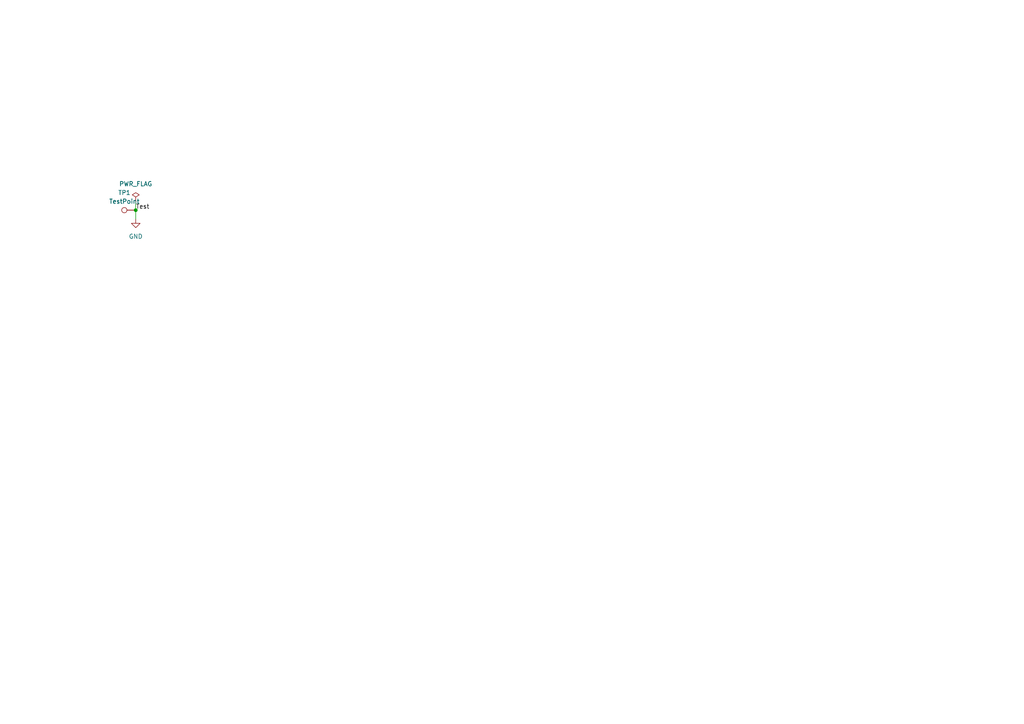
<source format=kicad_sch>
(kicad_sch (version 20231120) (generator "eeschema") (generator_version "8.0")
  (paper "A4")
  (lib_symbols
    (symbol "Connector:TestPoint" (pin_numbers hide) (pin_names (offset 0.762) hide)
      (property "Reference" "TP" (at 0 6.858 0))
      (property "Value" "TestPoint" (at 0 5.08 0))
      (symbol "TestPoint_0_1"
        (circle (center 0 3.302) (radius 0.762))
      )
      (symbol "TestPoint_1_1"
        (pin passive line (at 0 0 90) (length 2.54) (name "1") (number "1"))
      )
    )
    (symbol "power:GND" (power) (pin_numbers hide) (pin_names (offset 0) hide)
      (property "Value" "GND" (at 0 -3.81 0))
      (symbol "GND_0_1"
        (polyline (pts (xy 0 0) (xy 0 -1.27) (xy 1.27 -1.27) (xy 0 -2.54) (xy -1.27 -1.27) (xy 0 -1.27)))
      )
      (symbol "GND_1_1"
        (pin power_in line (at 0 0 270) (length 0) (name "~") (number "1"))
      )
    )
    (symbol "power:PWR_FLAG" (power) (pin_numbers hide) (pin_names (offset 0) hide)
      (property "Value" "PWR_FLAG" (at 0 3.81 0))
      (symbol "PWR_FLAG_0_0"
        (pin power_out line (at 0 0 90) (length 0) (name "~") (number "1"))
      )
      (symbol "PWR_FLAG_0_1"
        (polyline (pts (xy 0 0) (xy 0 1.27) (xy -1.016 1.905) (xy 0 2.54) (xy 1.016 1.905) (xy 0 1.27)))
      )
    )
  )
  (junction (at 39.37 60.96))
  (wire (pts (xy 39.37 60.96) (xy 39.37 63.5)))
  (wire (pts (xy 39.37 58.42) (xy 39.37 60.96)))
  (label "Test" (at 39.37 60.96 0))
  (symbol (lib_id "power:GND") (at 39.37 63.5 0) (unit 1)
    (property "Reference" "#PWR01" (effects (hide yes)))
    (property "Value" "GND" (at 39.37 68.58 0))
    (property "Description" "Power symbol creates a global label with name \"GND\" , ground" (effects (hide yes)))
  )
  (symbol (lib_id "Connector:TestPoint") (at 39.37 60.96 90) (unit 1)
    (property "Reference" "TP1" (at 36.068 55.88 90))
    (property "Value" "TestPoint" (at 36.068 58.42 90))
    (property "Footprint" "TestPoint:TestPoint_Keystone_5019_Minature" (effects (hide yes)))
    (property "Description" "test point" (effects (hide yes)))
  )
  (symbol (lib_id "power:PWR_FLAG") (at 39.37 58.42 0) (unit 1)
    (property "Reference" "#FLG01" (effects (hide yes)))
    (property "Value" "PWR_FLAG" (at 39.37 53.34 0))
    (property "Description" "Special symbol for telling ERC where power comes from" (effects (hide yes)))
  )
)
</source>
